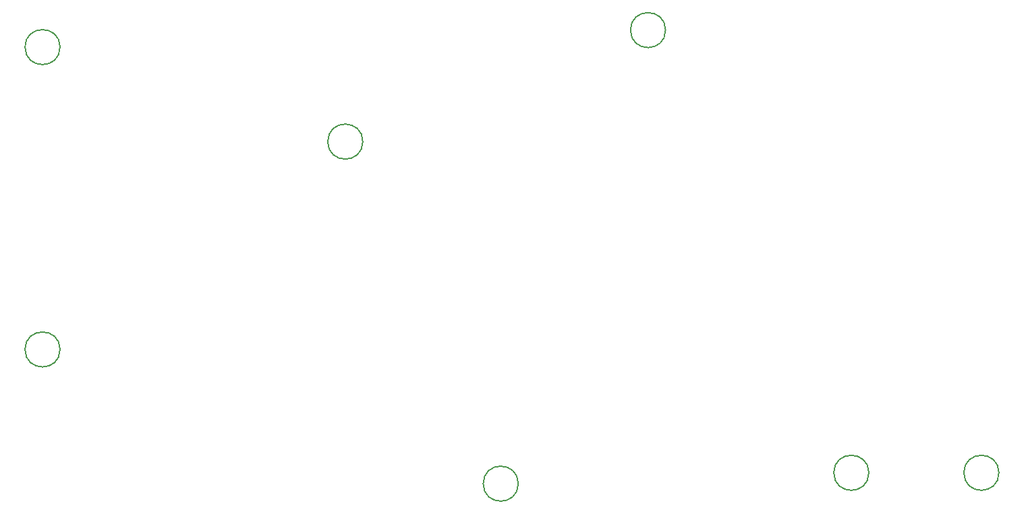
<source format=gbr>
%TF.GenerationSoftware,KiCad,Pcbnew,5.1.10*%
%TF.CreationDate,2021-09-07T21:41:42+02:00*%
%TF.ProjectId,mini,6d696e69-2e6b-4696-9361-645f70636258,rev?*%
%TF.SameCoordinates,Original*%
%TF.FileFunction,Other,Comment*%
%FSLAX46Y46*%
G04 Gerber Fmt 4.6, Leading zero omitted, Abs format (unit mm)*
G04 Created by KiCad (PCBNEW 5.1.10) date 2021-09-07 21:41:42*
%MOMM*%
%LPD*%
G01*
G04 APERTURE LIST*
%ADD10C,0.150000*%
G04 APERTURE END LIST*
D10*
X212740000Y-126820000D02*
G75*
G03*
X212740000Y-126820000I-2200000J0D01*
G01*
X196413000Y-126820000D02*
G75*
G03*
X196413000Y-126820000I-2200000J0D01*
G01*
X94900000Y-73320000D02*
G75*
G03*
X94900000Y-73320000I-2200000J0D01*
G01*
X132900000Y-85195000D02*
G75*
G03*
X132900000Y-85195000I-2200000J0D01*
G01*
X152411000Y-128186000D02*
G75*
G03*
X152411000Y-128186000I-2200000J0D01*
G01*
X94900000Y-111320000D02*
G75*
G03*
X94900000Y-111320000I-2200000J0D01*
G01*
X170900000Y-71182500D02*
G75*
G03*
X170900000Y-71182500I-2200000J0D01*
G01*
M02*

</source>
